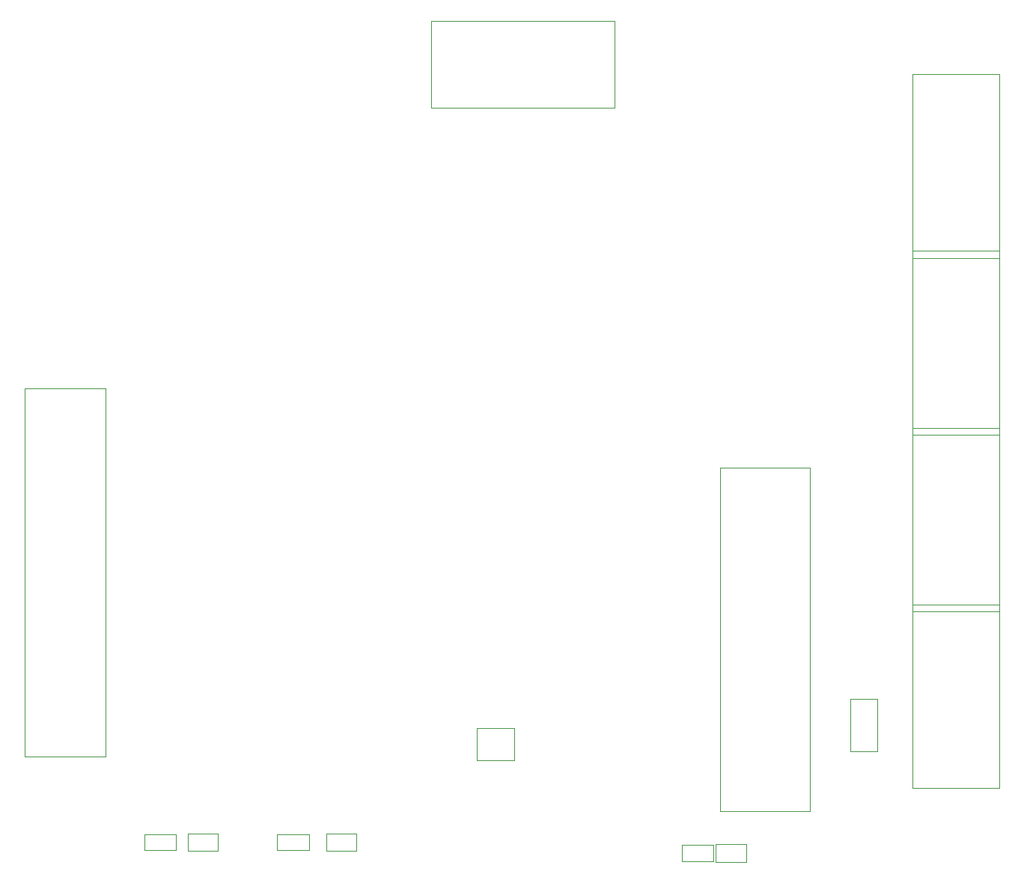
<source format=gbr>
G04 EasyPC Gerber Version 21.0.3 Build 4286 *
%FSLAX35Y35*%
%MOIN*%
%ADD11C,0.00197*%
%ADD10C,0.00394*%
X0Y0D02*
D02*
D10*
X360329Y186687D02*
Y33813D01*
X320171*
Y186687*
X360329*
D02*
D11*
X46537Y58266D02*
X10498D01*
Y222077*
X46537*
Y58266*
X63833Y23656D02*
X78006D01*
Y16372*
X63833*
Y23656*
X83321Y23951D02*
X96707D01*
Y16077*
X83321*
Y23951*
X122888Y23656D02*
X137061D01*
Y16372*
X122888*
Y23656*
X144935Y23951D02*
X158321D01*
Y16077*
X144935*
Y23951*
X228616Y56628D02*
X211884D01*
Y70801*
X228616*
Y56628*
X273281Y385762D02*
Y347179D01*
X191392*
Y385762*
X273281*
X303163Y18892D02*
X317337D01*
Y11608*
X303163*
Y18892*
X318360Y19187D02*
X331746D01*
Y11313*
X318360*
Y19187*
X378124Y60506D02*
Y83852D01*
X390093*
Y60506*
X378124*
X444541Y44030D02*
X405959D01*
Y125919*
X444541*
Y44030*
Y122770D02*
X405959D01*
Y204659*
X444541*
Y122770*
Y201510D02*
X405959D01*
Y283400*
X444541*
Y201510*
Y280250D02*
X405959D01*
Y362140*
X444541*
Y280250*
X0Y0D02*
M02*

</source>
